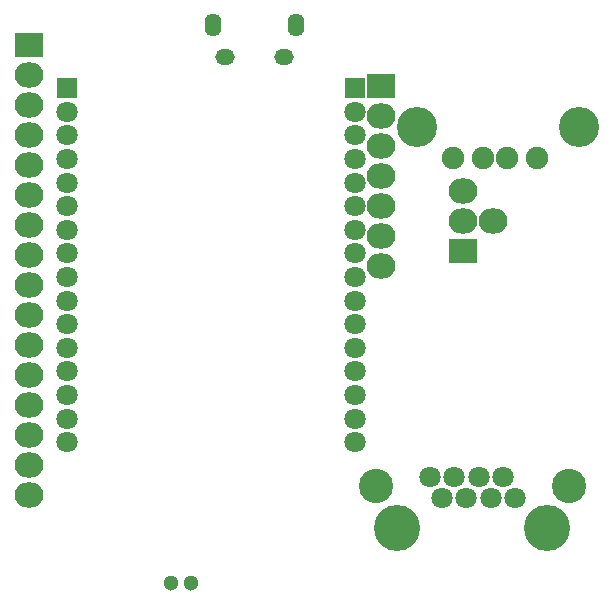
<source format=gbs>
G04 #@! TF.FileFunction,Soldermask,Bot*
%FSLAX46Y46*%
G04 Gerber Fmt 4.6, Leading zero omitted, Abs format (unit mm)*
G04 Created by KiCad (PCBNEW 4.0.3-stable) date 09/30/16 23:41:21*
%MOMM*%
%LPD*%
G01*
G04 APERTURE LIST*
%ADD10C,0.100000*%
%ADD11C,1.800000*%
%ADD12C,2.900000*%
%ADD13C,3.900000*%
%ADD14R,2.432000X2.127200*%
%ADD15O,2.432000X2.127200*%
%ADD16O,1.650000X1.350000*%
%ADD17O,1.400000X1.950000*%
%ADD18C,1.901140*%
%ADD19C,3.399740*%
%ADD20C,1.300000*%
%ADD21R,1.800000X1.800000*%
G04 APERTURE END LIST*
D10*
D11*
X55580000Y-60000000D03*
X56600000Y-61780000D03*
X57620000Y-60000000D03*
X58640000Y-61780000D03*
X59660000Y-60000000D03*
X60680000Y-61780000D03*
X61700000Y-60000000D03*
X62720000Y-61780000D03*
D12*
X67350000Y-60760000D03*
X50950000Y-60760000D03*
D13*
X52800000Y-64320000D03*
X65500000Y-64320000D03*
D14*
X21600000Y-23480000D03*
D15*
X21600000Y-26020000D03*
X21600000Y-28560000D03*
X21600000Y-31100000D03*
X21600000Y-33640000D03*
X21600000Y-36180000D03*
X21600000Y-38720000D03*
X21600000Y-41260000D03*
X21600000Y-43800000D03*
X21600000Y-46340000D03*
X21600000Y-48880000D03*
X21600000Y-51420000D03*
X21600000Y-53960000D03*
X21600000Y-56500000D03*
X21600000Y-59040000D03*
X21600000Y-61580000D03*
D14*
X58346000Y-40868000D03*
D15*
X58346000Y-35788000D03*
X60886000Y-38328000D03*
X58346000Y-38328000D03*
D16*
X43200900Y-24500000D03*
X38200900Y-24500000D03*
D17*
X44200900Y-21800000D03*
X37200900Y-21800000D03*
D18*
X57528000Y-33067000D03*
X60068000Y-33067000D03*
X62100000Y-33067000D03*
X64640000Y-33067000D03*
D19*
X54480000Y-30400000D03*
X68196000Y-30400000D03*
D20*
X35350000Y-69000000D03*
X33650000Y-69000000D03*
D21*
X24800000Y-27100000D03*
D11*
X24800000Y-29100000D03*
X24800000Y-31100000D03*
X24800000Y-33100000D03*
X24800000Y-35100000D03*
X24800000Y-37100000D03*
X24800000Y-39100000D03*
X24800000Y-41100000D03*
X24800000Y-43100000D03*
X24800000Y-45100000D03*
X24800000Y-47100000D03*
X24800000Y-49100000D03*
X24800000Y-51100000D03*
X24800000Y-53100000D03*
X24800000Y-55100000D03*
X24800000Y-57100000D03*
X49200000Y-57100000D03*
X49200000Y-55100000D03*
X49200000Y-53100000D03*
X49200000Y-51100000D03*
X49200000Y-49100000D03*
X49200000Y-47100000D03*
X49200000Y-45100000D03*
X49200000Y-43100000D03*
X49200000Y-41100000D03*
X49200000Y-39100000D03*
X49200000Y-37100000D03*
X49200000Y-35100000D03*
X49200000Y-33100000D03*
X49200000Y-31100000D03*
X49200000Y-29100000D03*
D21*
X49200000Y-27100000D03*
D14*
X51400000Y-26900000D03*
D15*
X51400000Y-29440000D03*
X51400000Y-31980000D03*
X51400000Y-34520000D03*
X51400000Y-37060000D03*
X51400000Y-39600000D03*
X51400000Y-42140000D03*
M02*

</source>
